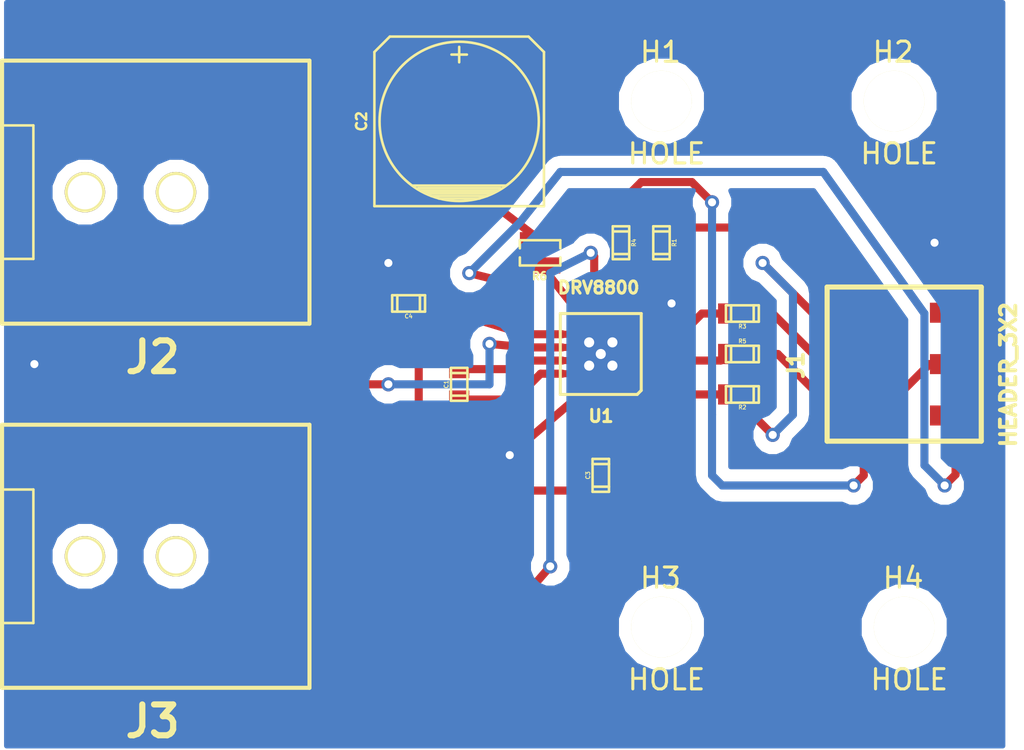
<source format=kicad_pcb>
(kicad_pcb (version 3) (host pcbnew "(2013-07-07 BZR 4022)-stable")

  (general
    (links 36)
    (no_connects 0)
    (area 0 0 0 0)
    (thickness 1.6)
    (drawings 0)
    (tracks 132)
    (zones 0)
    (modules 18)
    (nets 18)
  )

  (page A)
  (layers
    (15 F.Cu signal)
    (0 B.Cu signal)
    (16 B.Adhes user)
    (17 F.Adhes user)
    (18 B.Paste user)
    (19 F.Paste user)
    (20 B.SilkS user)
    (21 F.SilkS user)
    (22 B.Mask user)
    (23 F.Mask user)
    (24 Dwgs.User user)
    (25 Cmts.User user)
    (26 Eco1.User user)
    (27 Eco2.User user)
    (28 Edge.Cuts user)
  )

  (setup
    (last_trace_width 0.4)
    (user_trace_width 0.2)
    (user_trace_width 0.25)
    (user_trace_width 0.3)
    (user_trace_width 0.4)
    (user_trace_width 0.5)
    (user_trace_width 0.6)
    (user_trace_width 0.7)
    (user_trace_width 0.8)
    (user_trace_width 0.9)
    (user_trace_width 1)
    (user_trace_width 1.1)
    (user_trace_width 2)
    (trace_clearance 0.2)
    (zone_clearance 0.6)
    (zone_45_only no)
    (trace_min 0.1)
    (segment_width 0.2)
    (edge_width 0.1)
    (via_size 0.7)
    (via_drill 0.4)
    (via_min_size 0.7)
    (via_min_drill 0.4)
    (uvia_size 0.4)
    (uvia_drill 0.127)
    (uvias_allowed no)
    (uvia_min_size 0.4)
    (uvia_min_drill 0.127)
    (pcb_text_width 0.3)
    (pcb_text_size 1.5 1.5)
    (mod_edge_width 0.15)
    (mod_text_size 1 1)
    (mod_text_width 0.15)
    (pad_size 2 0.8)
    (pad_drill 0)
    (pad_to_mask_clearance 0)
    (aux_axis_origin 0 0)
    (visible_elements 7FFFFFFF)
    (pcbplotparams
      (layerselection 3178497)
      (usegerberextensions false)
      (excludeedgelayer true)
      (linewidth 0.150000)
      (plotframeref false)
      (viasonmask false)
      (mode 1)
      (useauxorigin false)
      (hpglpennumber 1)
      (hpglpenspeed 20)
      (hpglpendiameter 15)
      (hpglpenoverlay 2)
      (psnegative false)
      (psa4output false)
      (plotreference true)
      (plotvalue true)
      (plotothertext true)
      (plotinvisibletext false)
      (padsonsilk false)
      (subtractmaskfromsilk false)
      (outputformat 2)
      (mirror false)
      (drillshape 0)
      (scaleselection 1)
      (outputdirectory ""))
  )

  (net 0 "")
  (net 1 CS)
  (net 2 GND)
  (net 3 MODE)
  (net 4 Motor1OutA)
  (net 5 Motor1OutB)
  (net 6 N-0000012)
  (net 7 N-0000013)
  (net 8 N-0000017)
  (net 9 N-0000018)
  (net 10 N-0000023)
  (net 11 N-000003)
  (net 12 N-000008)
  (net 13 N-000009)
  (net 14 PHASE)
  (net 15 PWM)
  (net 16 VDD)
  (net 17 Vin)

  (net_class Default "This is the default net class."
    (clearance 0.2)
    (trace_width 0.25)
    (via_dia 0.7)
    (via_drill 0.4)
    (uvia_dia 0.4)
    (uvia_drill 0.127)
    (add_net "")
    (add_net CS)
    (add_net GND)
    (add_net MODE)
    (add_net Motor1OutA)
    (add_net Motor1OutB)
    (add_net N-0000012)
    (add_net N-0000013)
    (add_net N-0000017)
    (add_net N-0000018)
    (add_net N-0000023)
    (add_net N-000003)
    (add_net N-000008)
    (add_net N-000009)
    (add_net PHASE)
    (add_net PWM)
    (add_net VDD)
    (add_net Vin)
  )

  (module TED_SM0603 (layer F.Cu) (tedit 527731CB) (tstamp 537EB075)
    (at 149.5 91.5 180)
    (descr "SMT capacitor, 0603")
    (path /5260A766)
    (fp_text reference R3 (at 0 -0.635 180) (layer F.SilkS)
      (effects (font (size 0.20066 0.20066) (thickness 0.04064)))
    )
    (fp_text value 1k (at 0 0.635 180) (layer F.SilkS) hide
      (effects (font (size 0.20066 0.20066) (thickness 0.04064)))
    )
    (fp_line (start 0.5588 0.4064) (end 0.5588 -0.4064) (layer F.SilkS) (width 0.127))
    (fp_line (start -0.5588 -0.381) (end -0.5588 0.4064) (layer F.SilkS) (width 0.127))
    (fp_line (start -0.8128 -0.4064) (end 0.8128 -0.4064) (layer F.SilkS) (width 0.127))
    (fp_line (start 0.8128 -0.4064) (end 0.8128 0.4064) (layer F.SilkS) (width 0.127))
    (fp_line (start 0.8128 0.4064) (end -0.8128 0.4064) (layer F.SilkS) (width 0.127))
    (fp_line (start -0.8128 0.4064) (end -0.8128 -0.4064) (layer F.SilkS) (width 0.127))
    (pad 2 smd rect (at 0.75184 0 180) (size 0.89916 1.00076)
      (layers F.Cu F.Paste F.Mask)
      (net 14 PHASE)
      (clearance 0.1)
    )
    (pad 1 smd rect (at -0.75184 0 180) (size 0.89916 1.00076)
      (layers F.Cu F.Paste F.Mask)
      (net 10 N-0000023)
      (clearance 0.1)
    )
    (model smd/capacitors/c_0603.wrl
      (at (xyz 0 0 0))
      (scale (xyz 1 1 1))
      (rotate (xyz 0 0 0))
    )
  )

  (module TED_SM0603 (layer F.Cu) (tedit 527731CB) (tstamp 537EB081)
    (at 149.5 93.5)
    (descr "SMT capacitor, 0603")
    (path /5260A77F)
    (fp_text reference R5 (at 0 -0.635) (layer F.SilkS)
      (effects (font (size 0.20066 0.20066) (thickness 0.04064)))
    )
    (fp_text value 1k (at 0 0.635) (layer F.SilkS) hide
      (effects (font (size 0.20066 0.20066) (thickness 0.04064)))
    )
    (fp_line (start 0.5588 0.4064) (end 0.5588 -0.4064) (layer F.SilkS) (width 0.127))
    (fp_line (start -0.5588 -0.381) (end -0.5588 0.4064) (layer F.SilkS) (width 0.127))
    (fp_line (start -0.8128 -0.4064) (end 0.8128 -0.4064) (layer F.SilkS) (width 0.127))
    (fp_line (start 0.8128 -0.4064) (end 0.8128 0.4064) (layer F.SilkS) (width 0.127))
    (fp_line (start 0.8128 0.4064) (end -0.8128 0.4064) (layer F.SilkS) (width 0.127))
    (fp_line (start -0.8128 0.4064) (end -0.8128 -0.4064) (layer F.SilkS) (width 0.127))
    (pad 2 smd rect (at 0.75184 0) (size 0.89916 1.00076)
      (layers F.Cu F.Paste F.Mask)
      (net 9 N-0000018)
      (clearance 0.1)
    )
    (pad 1 smd rect (at -0.75184 0) (size 0.89916 1.00076)
      (layers F.Cu F.Paste F.Mask)
      (net 3 MODE)
      (clearance 0.1)
    )
    (model smd/capacitors/c_0603.wrl
      (at (xyz 0 0 0))
      (scale (xyz 1 1 1))
      (rotate (xyz 0 0 0))
    )
  )

  (module TED_SM0603 (layer F.Cu) (tedit 527731CB) (tstamp 537EB08D)
    (at 143.5 88 270)
    (descr "SMT capacitor, 0603")
    (path /5260A785)
    (fp_text reference R4 (at 0 -0.635 270) (layer F.SilkS)
      (effects (font (size 0.20066 0.20066) (thickness 0.04064)))
    )
    (fp_text value 1k (at 0 0.635 270) (layer F.SilkS) hide
      (effects (font (size 0.20066 0.20066) (thickness 0.04064)))
    )
    (fp_line (start 0.5588 0.4064) (end 0.5588 -0.4064) (layer F.SilkS) (width 0.127))
    (fp_line (start -0.5588 -0.381) (end -0.5588 0.4064) (layer F.SilkS) (width 0.127))
    (fp_line (start -0.8128 -0.4064) (end 0.8128 -0.4064) (layer F.SilkS) (width 0.127))
    (fp_line (start 0.8128 -0.4064) (end 0.8128 0.4064) (layer F.SilkS) (width 0.127))
    (fp_line (start 0.8128 0.4064) (end -0.8128 0.4064) (layer F.SilkS) (width 0.127))
    (fp_line (start -0.8128 0.4064) (end -0.8128 -0.4064) (layer F.SilkS) (width 0.127))
    (pad 2 smd rect (at 0.75184 0 270) (size 0.89916 1.00076)
      (layers F.Cu F.Paste F.Mask)
      (net 15 PWM)
      (clearance 0.1)
    )
    (pad 1 smd rect (at -0.75184 0 270) (size 0.89916 1.00076)
      (layers F.Cu F.Paste F.Mask)
      (net 8 N-0000017)
      (clearance 0.1)
    )
    (model smd/capacitors/c_0603.wrl
      (at (xyz 0 0 0))
      (scale (xyz 1 1 1))
      (rotate (xyz 0 0 0))
    )
  )

  (module TED_SM0603 (layer F.Cu) (tedit 527731CB) (tstamp 537EB099)
    (at 135.5 95 90)
    (descr "SMT capacitor, 0603")
    (path /532CD1F4)
    (fp_text reference C1 (at 0 -0.635 90) (layer F.SilkS)
      (effects (font (size 0.20066 0.20066) (thickness 0.04064)))
    )
    (fp_text value ".1uF (50v)" (at 0 0.635 90) (layer F.SilkS) hide
      (effects (font (size 0.20066 0.20066) (thickness 0.04064)))
    )
    (fp_line (start 0.5588 0.4064) (end 0.5588 -0.4064) (layer F.SilkS) (width 0.127))
    (fp_line (start -0.5588 -0.381) (end -0.5588 0.4064) (layer F.SilkS) (width 0.127))
    (fp_line (start -0.8128 -0.4064) (end 0.8128 -0.4064) (layer F.SilkS) (width 0.127))
    (fp_line (start 0.8128 -0.4064) (end 0.8128 0.4064) (layer F.SilkS) (width 0.127))
    (fp_line (start 0.8128 0.4064) (end -0.8128 0.4064) (layer F.SilkS) (width 0.127))
    (fp_line (start -0.8128 0.4064) (end -0.8128 -0.4064) (layer F.SilkS) (width 0.127))
    (pad 2 smd rect (at 0.75184 0 90) (size 0.89916 1.00076)
      (layers F.Cu F.Paste F.Mask)
      (net 12 N-000008)
      (clearance 0.1)
    )
    (pad 1 smd rect (at -0.75184 0 90) (size 0.89916 1.00076)
      (layers F.Cu F.Paste F.Mask)
      (net 13 N-000009)
      (clearance 0.1)
    )
    (model smd/capacitors/c_0603.wrl
      (at (xyz 0 0 0))
      (scale (xyz 1 1 1))
      (rotate (xyz 0 0 0))
    )
  )

  (module TED_SM0603 (layer F.Cu) (tedit 527731CB) (tstamp 537EB0B1)
    (at 145.5 88 270)
    (descr "SMT capacitor, 0603")
    (path /532CD08D)
    (fp_text reference R1 (at 0 -0.635 270) (layer F.SilkS)
      (effects (font (size 0.20066 0.20066) (thickness 0.04064)))
    )
    (fp_text value 3.3k (at 0 0.635 270) (layer F.SilkS) hide
      (effects (font (size 0.20066 0.20066) (thickness 0.04064)))
    )
    (fp_line (start 0.5588 0.4064) (end 0.5588 -0.4064) (layer F.SilkS) (width 0.127))
    (fp_line (start -0.5588 -0.381) (end -0.5588 0.4064) (layer F.SilkS) (width 0.127))
    (fp_line (start -0.8128 -0.4064) (end 0.8128 -0.4064) (layer F.SilkS) (width 0.127))
    (fp_line (start 0.8128 -0.4064) (end 0.8128 0.4064) (layer F.SilkS) (width 0.127))
    (fp_line (start 0.8128 0.4064) (end -0.8128 0.4064) (layer F.SilkS) (width 0.127))
    (fp_line (start -0.8128 0.4064) (end -0.8128 -0.4064) (layer F.SilkS) (width 0.127))
    (pad 2 smd rect (at 0.75184 0 270) (size 0.89916 1.00076)
      (layers F.Cu F.Paste F.Mask)
      (net 7 N-0000013)
      (clearance 0.1)
    )
    (pad 1 smd rect (at -0.75184 0 270) (size 0.89916 1.00076)
      (layers F.Cu F.Paste F.Mask)
      (net 16 VDD)
      (clearance 0.1)
    )
    (model smd/capacitors/c_0603.wrl
      (at (xyz 0 0 0))
      (scale (xyz 1 1 1))
      (rotate (xyz 0 0 0))
    )
  )

  (module TED_SM0603 (layer F.Cu) (tedit 527731CB) (tstamp 537EB0BD)
    (at 149.5 95.5 180)
    (descr "SMT capacitor, 0603")
    (path /532CCFD5)
    (fp_text reference R2 (at 0 -0.635 180) (layer F.SilkS)
      (effects (font (size 0.20066 0.20066) (thickness 0.04064)))
    )
    (fp_text value 3.3k (at 0 0.635 180) (layer F.SilkS) hide
      (effects (font (size 0.20066 0.20066) (thickness 0.04064)))
    )
    (fp_line (start 0.5588 0.4064) (end 0.5588 -0.4064) (layer F.SilkS) (width 0.127))
    (fp_line (start -0.5588 -0.381) (end -0.5588 0.4064) (layer F.SilkS) (width 0.127))
    (fp_line (start -0.8128 -0.4064) (end 0.8128 -0.4064) (layer F.SilkS) (width 0.127))
    (fp_line (start 0.8128 -0.4064) (end 0.8128 0.4064) (layer F.SilkS) (width 0.127))
    (fp_line (start 0.8128 0.4064) (end -0.8128 0.4064) (layer F.SilkS) (width 0.127))
    (fp_line (start -0.8128 0.4064) (end -0.8128 -0.4064) (layer F.SilkS) (width 0.127))
    (pad 2 smd rect (at 0.75184 0 180) (size 0.89916 1.00076)
      (layers F.Cu F.Paste F.Mask)
      (net 6 N-0000012)
      (clearance 0.1)
    )
    (pad 1 smd rect (at -0.75184 0 180) (size 0.89916 1.00076)
      (layers F.Cu F.Paste F.Mask)
      (net 16 VDD)
      (clearance 0.1)
    )
    (model smd/capacitors/c_0603.wrl
      (at (xyz 0 0 0))
      (scale (xyz 1 1 1))
      (rotate (xyz 0 0 0))
    )
  )

  (module TED_SM0603 (layer F.Cu) (tedit 527731CB) (tstamp 537EB0C9)
    (at 142.5 99.5 90)
    (descr "SMT capacitor, 0603")
    (path /532CCF4F)
    (fp_text reference C3 (at 0 -0.635 90) (layer F.SilkS)
      (effects (font (size 0.20066 0.20066) (thickness 0.04064)))
    )
    (fp_text value ".1uF (50v)" (at 0 0.635 90) (layer F.SilkS) hide
      (effects (font (size 0.20066 0.20066) (thickness 0.04064)))
    )
    (fp_line (start 0.5588 0.4064) (end 0.5588 -0.4064) (layer F.SilkS) (width 0.127))
    (fp_line (start -0.5588 -0.381) (end -0.5588 0.4064) (layer F.SilkS) (width 0.127))
    (fp_line (start -0.8128 -0.4064) (end 0.8128 -0.4064) (layer F.SilkS) (width 0.127))
    (fp_line (start 0.8128 -0.4064) (end 0.8128 0.4064) (layer F.SilkS) (width 0.127))
    (fp_line (start 0.8128 0.4064) (end -0.8128 0.4064) (layer F.SilkS) (width 0.127))
    (fp_line (start -0.8128 0.4064) (end -0.8128 -0.4064) (layer F.SilkS) (width 0.127))
    (pad 2 smd rect (at 0.75184 0 90) (size 0.89916 1.00076)
      (layers F.Cu F.Paste F.Mask)
      (net 11 N-000003)
      (clearance 0.1)
    )
    (pad 1 smd rect (at -0.75184 0 90) (size 0.89916 1.00076)
      (layers F.Cu F.Paste F.Mask)
      (net 17 Vin)
      (clearance 0.1)
    )
    (model smd/capacitors/c_0603.wrl
      (at (xyz 0 0 0))
      (scale (xyz 1 1 1))
      (rotate (xyz 0 0 0))
    )
  )

  (module TED_SM0603 (layer F.Cu) (tedit 527731CB) (tstamp 537EB0D5)
    (at 133 91 180)
    (descr "SMT capacitor, 0603")
    (path /532CCE8D)
    (fp_text reference C4 (at 0 -0.635 180) (layer F.SilkS)
      (effects (font (size 0.20066 0.20066) (thickness 0.04064)))
    )
    (fp_text value ".1uF (50v)" (at 0 0.635 180) (layer F.SilkS) hide
      (effects (font (size 0.20066 0.20066) (thickness 0.04064)))
    )
    (fp_line (start 0.5588 0.4064) (end 0.5588 -0.4064) (layer F.SilkS) (width 0.127))
    (fp_line (start -0.5588 -0.381) (end -0.5588 0.4064) (layer F.SilkS) (width 0.127))
    (fp_line (start -0.8128 -0.4064) (end 0.8128 -0.4064) (layer F.SilkS) (width 0.127))
    (fp_line (start 0.8128 -0.4064) (end 0.8128 0.4064) (layer F.SilkS) (width 0.127))
    (fp_line (start 0.8128 0.4064) (end -0.8128 0.4064) (layer F.SilkS) (width 0.127))
    (fp_line (start -0.8128 0.4064) (end -0.8128 -0.4064) (layer F.SilkS) (width 0.127))
    (pad 2 smd rect (at 0.75184 0 180) (size 0.89916 1.00076)
      (layers F.Cu F.Paste F.Mask)
      (net 2 GND)
      (clearance 0.1)
    )
    (pad 1 smd rect (at -0.75184 0 180) (size 0.89916 1.00076)
      (layers F.Cu F.Paste F.Mask)
      (net 17 Vin)
      (clearance 0.1)
    )
    (model smd/capacitors/c_0603.wrl
      (at (xyz 0 0 0))
      (scale (xyz 1 1 1))
      (rotate (xyz 0 0 0))
    )
  )

  (module TED_QFN16+1 (layer F.Cu) (tedit 532CC866) (tstamp 537EB0F5)
    (at 142.5 93.5 180)
    (path /532CCC9E)
    (solder_mask_margin 0.1)
    (solder_paste_margin -0.1)
    (solder_paste_ratio -0.2)
    (clearance 0.1)
    (fp_text reference U1 (at -0.01 -3.07 180) (layer F.SilkS)
      (effects (font (size 0.6 0.6) (thickness 0.15)))
    )
    (fp_text value DRV8800 (at 0.11 3.28 180) (layer F.SilkS)
      (effects (font (size 0.6 0.6) (thickness 0.15)))
    )
    (fp_line (start -1.8 -2) (end 2 -2) (layer F.SilkS) (width 0.14986))
    (fp_line (start -2 -1.8) (end -2 2) (layer F.SilkS) (width 0.14986))
    (fp_line (start -1.8 -2) (end -2 -1.8) (layer F.SilkS) (width 0.14986))
    (fp_line (start 2 2) (end -2 2) (layer F.SilkS) (width 0.14986))
    (fp_line (start 2 -2) (end 2 2) (layer F.SilkS) (width 0.14986))
    (pad 17 smd rect (at 0 0 90) (size 2.1 2.1)
      (layers F.Cu F.Paste)
      (net 2 GND)
      (zone_connect 2)
    )
    (pad 1 smd rect (at -1.9 -0.975 180) (size 1 0.35)
      (layers F.Cu F.Paste F.Mask)
      (net 6 N-0000012)
    )
    (pad 2 smd rect (at -1.9 -0.325 180) (size 1 0.35)
      (layers F.Cu F.Paste F.Mask)
      (net 3 MODE)
    )
    (pad 3 smd rect (at -1.9 0.325 180) (size 1 0.35)
      (layers F.Cu F.Paste F.Mask)
      (net 14 PHASE)
    )
    (pad 4 smd rect (at -1.9 0.975 180) (size 1 0.35)
      (layers F.Cu F.Paste F.Mask)
      (net 2 GND)
    )
    (pad 5 smd rect (at -0.975 1.9 90) (size 1 0.35)
      (layers F.Cu F.Paste F.Mask)
      (net 7 N-0000013)
    )
    (pad 6 smd rect (at -0.325 1.9 90) (size 1 0.35)
      (layers F.Cu F.Paste F.Mask)
      (net 15 PWM)
    )
    (pad 7 smd rect (at 0.325 1.9 90) (size 1 0.35)
      (layers F.Cu F.Paste F.Mask)
      (net 4 Motor1OutA)
    )
    (pad 8 smd rect (at 0.975 1.9 90) (size 1 0.35)
      (layers F.Cu F.Paste F.Mask)
      (net 1 CS)
    )
    (pad 9 smd rect (at 1.9 0.975 180) (size 1 0.35)
      (layers F.Cu F.Paste F.Mask)
      (net 17 Vin)
    )
    (pad 10 smd rect (at 1.9 0.325 180) (size 1 0.35)
      (layers F.Cu F.Paste F.Mask)
      (net 5 Motor1OutB)
    )
    (pad 11 smd rect (at 1.9 -0.325 180) (size 1 0.35)
      (layers F.Cu F.Paste F.Mask)
      (net 12 N-000008)
    )
    (pad 12 smd rect (at 1.9 -0.975 180) (size 1 0.35)
      (layers F.Cu F.Paste F.Mask)
      (net 13 N-000009)
    )
    (pad 13 smd rect (at 0.975 -1.9 90) (size 1 0.35)
      (layers F.Cu F.Paste F.Mask)
      (net 2 GND)
    )
    (pad 14 smd rect (at 0.325 -1.9 90) (size 1 0.35)
      (layers F.Cu F.Paste F.Mask)
      (net 11 N-000003)
    )
    (pad 15 smd rect (at -0.325 -1.9 90) (size 1 0.35)
      (layers F.Cu F.Paste F.Mask)
    )
    (pad 16 smd rect (at -0.975 -1.9 90) (size 1 0.35)
      (layers F.Cu F.Paste F.Mask)
    )
    (pad 17 thru_hole circle (at 0 0 90) (size 0.5 0.5) (drill 0.5)
      (layers *.Cu)
      (net 2 GND)
      (zone_connect 2)
    )
    (pad 17 thru_hole circle (at 0.575 -0.575 90) (size 0.5 0.5) (drill 0.5)
      (layers *.Cu)
      (net 2 GND)
      (zone_connect 2)
    )
    (pad 17 thru_hole circle (at -0.575 -0.575 90) (size 0.5 0.5) (drill 0.5)
      (layers *.Cu)
      (net 2 GND)
      (zone_connect 2)
    )
    (pad 17 thru_hole circle (at 0.575 0.575 90) (size 0.5 0.5) (drill 0.5)
      (layers *.Cu)
      (net 2 GND)
      (zone_connect 2)
    )
    (pad 17 thru_hole circle (at -0.575 0.575 90) (size 0.5 0.5) (drill 0.5)
      (layers *.Cu)
      (net 2 GND)
      (zone_connect 2)
    )
    (pad 17 smd rect (at 0 0 90) (size 2.1 2.1)
      (layers B.Cu B.Paste)
      (net 2 GND)
      (zone_connect 2)
    )
    (model smd/qfn24.wrl
      (at (xyz 0 0 0))
      (scale (xyz 1 1 1))
      (rotate (xyz 0 0 0))
    )
  )

  (module TED_Hole_3mm (layer F.Cu) (tedit 52802437) (tstamp 537EB0FA)
    (at 157 81)
    (path /52D61D21)
    (fp_text reference H2 (at -0.05 -2.425) (layer F.SilkS)
      (effects (font (size 1 1) (thickness 0.15)))
    )
    (fp_text value HOLE (at 0.25 2.6) (layer F.SilkS)
      (effects (font (size 1 1) (thickness 0.15)))
    )
    (pad "" np_thru_hole circle (at 0 0) (size 3 3) (drill 3)
      (layers *.Cu *.Mask F.SilkS)
    )
  )

  (module TED_Hole_3mm (layer F.Cu) (tedit 52802437) (tstamp 537EB0FF)
    (at 145.5 107)
    (path /52D61D1B)
    (fp_text reference H3 (at -0.05 -2.425) (layer F.SilkS)
      (effects (font (size 1 1) (thickness 0.15)))
    )
    (fp_text value HOLE (at 0.25 2.6) (layer F.SilkS)
      (effects (font (size 1 1) (thickness 0.15)))
    )
    (pad "" np_thru_hole circle (at 0 0) (size 3 3) (drill 3)
      (layers *.Cu *.Mask F.SilkS)
    )
  )

  (module TED_Hole_3mm (layer F.Cu) (tedit 52802437) (tstamp 537EB104)
    (at 157.5 107)
    (path /52D61D15)
    (fp_text reference H4 (at -0.05 -2.425) (layer F.SilkS)
      (effects (font (size 1 1) (thickness 0.15)))
    )
    (fp_text value HOLE (at 0.25 2.6) (layer F.SilkS)
      (effects (font (size 1 1) (thickness 0.15)))
    )
    (pad "" np_thru_hole circle (at 0 0) (size 3 3) (drill 3)
      (layers *.Cu *.Mask F.SilkS)
    )
  )

  (module TED_Hole_3mm (layer F.Cu) (tedit 52802437) (tstamp 537EB109)
    (at 145.5 81)
    (path /52D61D03)
    (fp_text reference H1 (at -0.05 -2.425) (layer F.SilkS)
      (effects (font (size 1 1) (thickness 0.15)))
    )
    (fp_text value HOLE (at 0.25 2.6) (layer F.SilkS)
      (effects (font (size 1 1) (thickness 0.15)))
    )
    (pad "" np_thru_hole circle (at 0 0) (size 3 3) (drill 3)
      (layers *.Cu *.Mask F.SilkS)
    )
  )

  (module TED_HEADER_3x2_SMT (layer F.Cu) (tedit 52D47E00) (tstamp 537EB117)
    (at 157.5 94 270)
    (path /52D6167D)
    (fp_text reference J1 (at 0.05 5.35 270) (layer F.SilkS)
      (effects (font (size 0.762 0.762) (thickness 0.1905)))
    )
    (fp_text value HEADER_3X2 (at 0.525 -5.15 270) (layer F.SilkS)
      (effects (font (size 0.762 0.762) (thickness 0.1905)))
    )
    (fp_line (start 3.81 -3.81) (end -3.81 -3.81) (layer F.SilkS) (width 0.254))
    (fp_line (start 3.81 -3.81) (end 3.81 3.81) (layer F.SilkS) (width 0.254))
    (fp_line (start 3.81 3.81) (end -3.81 3.81) (layer F.SilkS) (width 0.254))
    (fp_line (start -3.81 3.81) (end -3.81 -3.81) (layer F.SilkS) (width 0.254))
    (pad 1 smd rect (at -2.54 2.54 270) (size 0.9906 2.54)
      (layers F.Cu F.Paste F.Mask)
      (net 16 VDD)
      (clearance 0.508)
    )
    (pad 2 smd rect (at 0 2.54 270) (size 0.9906 2.54)
      (layers F.Cu F.Paste F.Mask)
      (net 10 N-0000023)
      (clearance 0.508)
    )
    (pad 3 smd rect (at 2.54 2.54 270) (size 0.9906 2.54)
      (layers F.Cu F.Paste F.Mask)
      (net 8 N-0000017)
      (clearance 0.508)
    )
    (pad 4 smd rect (at 2.54 -2.54 270) (size 0.9906 2.54)
      (layers F.Cu F.Paste F.Mask)
      (net 1 CS)
      (clearance 0.508)
    )
    (pad 5 smd rect (at 0 -2.54 270) (size 0.9906 2.54)
      (layers F.Cu F.Paste F.Mask)
      (net 9 N-0000018)
      (clearance 0.508)
    )
    (pad 6 smd rect (at -2.54 -2.54 270) (size 0.9906 2.54)
      (layers F.Cu F.Paste F.Mask)
      (net 2 GND)
      (clearance 0.508)
    )
  )

  (module TED_DC_2.1mm_SMT (layer F.Cu) (tedit 52880F9F) (tstamp 537EB128)
    (at 120.5 85.5 180)
    (path /52503907)
    (fp_text reference J2 (at 0.15748 -8.15848 180) (layer F.SilkS)
      (effects (font (size 1.524 1.524) (thickness 0.3048)))
    )
    (fp_text value DC_2.1MM (at 0.1016 8.49884 180) (layer F.SilkS) hide
      (effects (font (size 1.524 1.524) (thickness 0.3048)))
    )
    (fp_line (start 7.6 -3.3) (end 6.05 -3.3) (layer F.SilkS) (width 0.127))
    (fp_line (start 6.05 -3.3) (end 6.05 3.3) (layer F.SilkS) (width 0.127))
    (fp_line (start 6.05 3.3) (end 7.575 3.3) (layer F.SilkS) (width 0.127))
    (fp_line (start -7.59968 -6.5024) (end 7.59968 -6.5024) (layer F.SilkS) (width 0.20066))
    (fp_line (start 7.59968 -6.5024) (end 7.59968 6.5024) (layer F.SilkS) (width 0.20066))
    (fp_line (start 7.59968 6.5024) (end -7.59968 6.5024) (layer F.SilkS) (width 0.20066))
    (fp_line (start -7.59968 6.5024) (end -7.59968 -6.5024) (layer F.SilkS) (width 0.20066))
    (pad "" np_thru_hole circle (at -1.00076 0 180) (size 1.99898 1.99898) (drill 1.69926)
      (layers *.Cu *.Mask F.SilkS)
    )
    (pad 1 smd rect (at 3.50012 5.4102 180) (size 1.99898 1.99898)
      (layers F.Cu F.Paste F.Mask)
      (net 17 Vin)
    )
    (pad 1 smd rect (at -2.60096 5.4102 180) (size 1.99898 1.99898)
      (layers F.Cu F.Paste F.Mask)
      (net 17 Vin)
    )
    (pad 2 smd rect (at 3.50012 -5.41528 180) (size 1.99898 1.99898)
      (layers F.Cu F.Paste F.Mask)
      (net 2 GND)
    )
    (pad 3 smd rect (at -2.60096 -5.41528 180) (size 1.99898 1.99898)
      (layers F.Cu F.Paste F.Mask)
    )
    (pad "" np_thru_hole circle (at 3.50012 0 180) (size 1.99898 1.99898) (drill 1.69926)
      (layers *.Cu *.Mask F.SilkS)
    )
  )

  (module TED_DC_2.1mm_SMT (layer F.Cu) (tedit 52880F9F) (tstamp 537EB139)
    (at 120.5 103.5 180)
    (path /52D6165C)
    (fp_text reference J3 (at 0.15748 -8.15848 180) (layer F.SilkS)
      (effects (font (size 1.524 1.524) (thickness 0.3048)))
    )
    (fp_text value DC_2.1MM (at 0.1016 8.49884 180) (layer F.SilkS) hide
      (effects (font (size 1.524 1.524) (thickness 0.3048)))
    )
    (fp_line (start 7.6 -3.3) (end 6.05 -3.3) (layer F.SilkS) (width 0.127))
    (fp_line (start 6.05 -3.3) (end 6.05 3.3) (layer F.SilkS) (width 0.127))
    (fp_line (start 6.05 3.3) (end 7.575 3.3) (layer F.SilkS) (width 0.127))
    (fp_line (start -7.59968 -6.5024) (end 7.59968 -6.5024) (layer F.SilkS) (width 0.20066))
    (fp_line (start 7.59968 -6.5024) (end 7.59968 6.5024) (layer F.SilkS) (width 0.20066))
    (fp_line (start 7.59968 6.5024) (end -7.59968 6.5024) (layer F.SilkS) (width 0.20066))
    (fp_line (start -7.59968 6.5024) (end -7.59968 -6.5024) (layer F.SilkS) (width 0.20066))
    (pad "" np_thru_hole circle (at -1.00076 0 180) (size 1.99898 1.99898) (drill 1.69926)
      (layers *.Cu *.Mask F.SilkS)
    )
    (pad 1 smd rect (at 3.50012 5.4102 180) (size 1.99898 1.99898)
      (layers F.Cu F.Paste F.Mask)
      (net 5 Motor1OutB)
    )
    (pad 1 smd rect (at -2.60096 5.4102 180) (size 1.99898 1.99898)
      (layers F.Cu F.Paste F.Mask)
      (net 5 Motor1OutB)
    )
    (pad 2 smd rect (at 3.50012 -5.41528 180) (size 1.99898 1.99898)
      (layers F.Cu F.Paste F.Mask)
      (net 4 Motor1OutA)
    )
    (pad 3 smd rect (at -2.60096 -5.41528 180) (size 1.99898 1.99898)
      (layers F.Cu F.Paste F.Mask)
    )
    (pad "" np_thru_hole circle (at 3.50012 0 180) (size 1.99898 1.99898) (drill 1.69926)
      (layers *.Cu *.Mask F.SilkS)
    )
  )

  (module TED_c_elec_8x10 (layer F.Cu) (tedit 49F5C68A) (tstamp 537EB14E)
    (at 135.5 82 90)
    (descr "SMT capacitor, aluminium electrolytic, 8x10")
    (path /532CCE9D)
    (fp_text reference C2 (at 0 -4.826 90) (layer F.SilkS)
      (effects (font (size 0.50038 0.50038) (thickness 0.11938)))
    )
    (fp_text value "100 uF (50v)" (at 0 4.826 90) (layer F.SilkS) hide
      (effects (font (size 0.50038 0.50038) (thickness 0.11938)))
    )
    (fp_line (start -3.81 -1.016) (end -3.81 1.016) (layer F.SilkS) (width 0.127))
    (fp_line (start -3.683 1.397) (end -3.683 -1.397) (layer F.SilkS) (width 0.127))
    (fp_line (start -3.556 -1.651) (end -3.556 1.651) (layer F.SilkS) (width 0.127))
    (fp_line (start -3.429 1.905) (end -3.429 -1.905) (layer F.SilkS) (width 0.127))
    (fp_line (start -3.302 2.032) (end -3.302 -2.032) (layer F.SilkS) (width 0.127))
    (fp_line (start -3.175 -2.286) (end -3.175 2.286) (layer F.SilkS) (width 0.127))
    (fp_circle (center 0 0) (end 3.937 0) (layer F.SilkS) (width 0.127))
    (fp_line (start -4.191 -4.191) (end -4.191 4.191) (layer F.SilkS) (width 0.127))
    (fp_line (start -4.191 4.191) (end 3.429 4.191) (layer F.SilkS) (width 0.127))
    (fp_line (start 3.429 4.191) (end 4.191 3.429) (layer F.SilkS) (width 0.127))
    (fp_line (start 4.191 3.429) (end 4.191 -3.429) (layer F.SilkS) (width 0.127))
    (fp_line (start 4.191 -3.429) (end 3.429 -4.191) (layer F.SilkS) (width 0.127))
    (fp_line (start 3.429 -4.191) (end -4.191 -4.191) (layer F.SilkS) (width 0.127))
    (fp_line (start 3.683 0) (end 2.921 0) (layer F.SilkS) (width 0.127))
    (fp_line (start 3.302 -0.381) (end 3.302 0.381) (layer F.SilkS) (width 0.127))
    (pad 1 smd rect (at 3.2512 0 90) (size 3.50012 2.4003)
      (layers F.Cu F.Paste F.Mask)
      (net 17 Vin)
    )
    (pad 2 smd rect (at -3.2512 0 90) (size 3.50012 2.4003)
      (layers F.Cu F.Paste F.Mask)
      (net 2 GND)
    )
    (model smd/capacitors/c_elec_8x10.wrl
      (at (xyz 0 0 0))
      (scale (xyz 1 1 1))
      (rotate (xyz 0 0 0))
    )
  )

  (module TED_SM0508-Reversed (layer F.Cu) (tedit 537E6726) (tstamp 537EB0A5)
    (at 139.5 88.5 180)
    (path /532CD0D4)
    (attr smd)
    (fp_text reference R6 (at 0.0254 -1.14808 180) (layer F.SilkS)
      (effects (font (size 0.381 0.381) (thickness 0.09398)))
    )
    (fp_text value 10m (at 0.10668 1.19888 180) (layer F.SilkS) hide
      (effects (font (size 0.381 0.381) (thickness 0.09398)))
    )
    (fp_line (start 1 0.625) (end 1 0.225) (layer F.SilkS) (width 0.127))
    (fp_line (start -1 0.625) (end 1 0.625) (layer F.SilkS) (width 0.127))
    (fp_line (start -1 0.625) (end -1 0.225) (layer F.SilkS) (width 0.127))
    (fp_line (start -1 -0.625) (end -1 -0.225) (layer F.SilkS) (width 0.127))
    (fp_line (start -1 -0.625) (end 1 -0.625) (layer F.SilkS) (width 0.127))
    (fp_line (start 1 -0.625) (end 1 -0.225) (layer F.SilkS) (width 0.127))
    (pad 1 smd rect (at 0 -0.625 180) (size 2 0.8)
      (layers F.Cu F.Paste F.Mask)
      (net 1 CS)
    )
    (pad 2 smd rect (at 0 0.625 180) (size 2 0.8)
      (layers F.Cu F.Paste F.Mask)
      (net 2 GND)
    )
    (model smd/chip_cms.wrl
      (at (xyz 0 0 0))
      (scale (xyz 0.1 0.1 0.1))
      (rotate (xyz 0 0 0))
    )
  )

  (segment (start 139.5 89.125) (end 138 90) (width 0.4) (layer F.Cu) (net 1))
  (segment (start 160.04 99.46) (end 160.04 96.54) (width 0.4) (layer F.Cu) (net 1) (tstamp 537EBD29))
  (segment (start 159.5 100) (end 160.04 99.46) (width 0.4) (layer F.Cu) (net 1) (tstamp 537EBD28))
  (via (at 159.5 100) (size 0.7) (layers F.Cu B.Cu) (net 1))
  (segment (start 158.5 99) (end 159.5 100) (width 0.4) (layer B.Cu) (net 1) (tstamp 537EBD26))
  (segment (start 158.5 91.5) (end 158.5 99) (width 0.4) (layer B.Cu) (net 1) (tstamp 537EBD24))
  (segment (start 153.5 84.5) (end 158.5 91.5) (width 0.4) (layer B.Cu) (net 1) (tstamp 537EBD23))
  (segment (start 140.5 84.5) (end 153.5 84.5) (width 0.4) (layer B.Cu) (net 1) (tstamp 537EBD22))
  (segment (start 138.5 87) (end 140.5 84.5) (width 0.4) (layer B.Cu) (net 1) (tstamp 537EBD21))
  (segment (start 136 89.5) (end 138.5 87) (width 0.4) (layer B.Cu) (net 1) (tstamp 537EBD20))
  (via (at 136 89.5) (size 0.7) (layers F.Cu B.Cu) (net 1))
  (segment (start 138 90) (end 136 89.5) (width 0.4) (layer F.Cu) (net 1) (tstamp 537EBD1E))
  (segment (start 139.5 89.125) (end 139.55 89.125) (width 0.4) (layer F.Cu) (net 1) (status 30))
  (segment (start 139.55 89.125) (end 141.525 91.6) (width 0.4) (layer F.Cu) (net 1) (tstamp 537EBC41) (status 10))
  (segment (start 160.04 91.46) (end 160.04 89.04) (width 0.4) (layer F.Cu) (net 2))
  (via (at 159 88) (size 0.7) (layers F.Cu B.Cu) (net 2))
  (segment (start 160.04 89.04) (end 159 88) (width 0.4) (layer F.Cu) (net 2) (tstamp 537EBCD6))
  (segment (start 144.4 92.525) (end 144.475 92.525) (width 0.4) (layer F.Cu) (net 2))
  (via (at 146 91) (size 0.7) (layers F.Cu B.Cu) (net 2))
  (segment (start 144.475 92.525) (end 146 91) (width 0.4) (layer F.Cu) (net 2) (tstamp 537EBC6F))
  (segment (start 141.525 95.4) (end 141.525 95.475) (width 0.4) (layer F.Cu) (net 2))
  (via (at 138 98.5) (size 0.7) (layers F.Cu B.Cu) (net 2))
  (segment (start 141.525 95.475) (end 138 98.5) (width 0.4) (layer F.Cu) (net 2) (tstamp 537EBC67))
  (segment (start 135.5 85.2512) (end 137.3762 86.2512) (width 0.4) (layer F.Cu) (net 2) (status 10))
  (segment (start 137.3762 86.2512) (end 139.5 87.875) (width 0.4) (layer F.Cu) (net 2) (tstamp 537EBC3E) (status 20))
  (segment (start 132.24816 91) (end 135.74816 85.49936) (width 0.4) (layer F.Cu) (net 2) (status 10))
  (segment (start 135.74816 85.49936) (end 135.5 85.2512) (width 0.4) (layer F.Cu) (net 2) (tstamp 537EBC3C) (status 30))
  (segment (start 135.5 85.2512) (end 135.5 86) (width 0.4) (layer F.Cu) (net 2) (status 30))
  (via (at 132 89) (size 0.7) (layers F.Cu B.Cu) (net 2))
  (segment (start 135.5 86) (end 132 89) (width 0.4) (layer F.Cu) (net 2) (tstamp 537EBC38) (status 10))
  (segment (start 116.99988 90.91528) (end 116.99988 91.50012) (width 0.4) (layer F.Cu) (net 2))
  (via (at 114.5 94) (size 0.7) (layers F.Cu B.Cu) (net 2))
  (segment (start 116.99988 91.50012) (end 114.5 94) (width 0.4) (layer F.Cu) (net 2) (tstamp 537EBA39))
  (segment (start 144.4 93.825) (end 148.42316 93.825) (width 0.4) (layer F.Cu) (net 3))
  (segment (start 148.42316 93.825) (end 148.74816 93.5) (width 0.4) (layer F.Cu) (net 3) (tstamp 537EBC73))
  (segment (start 142.175 91.6) (end 142.175 88.675) (width 0.4) (layer F.Cu) (net 4))
  (segment (start 116.99988 109.99988) (end 116.99988 108.91528) (width 0.4) (layer F.Cu) (net 4) (tstamp 537EBCB9))
  (segment (start 118.5 111.5) (end 116.99988 109.99988) (width 0.4) (layer F.Cu) (net 4) (tstamp 537EBCB8))
  (segment (start 133.5 111.5) (end 118.5 111.5) (width 0.4) (layer F.Cu) (net 4) (tstamp 537EBCB6))
  (segment (start 140 104) (end 133.5 111.5) (width 0.4) (layer F.Cu) (net 4) (tstamp 537EBCB5))
  (via (at 140 104) (size 0.7) (layers F.Cu B.Cu) (net 4))
  (segment (start 140 89.5) (end 140 104) (width 0.4) (layer B.Cu) (net 4) (tstamp 537EBCB3))
  (segment (start 142 88.5) (end 140 89.5) (width 0.4) (layer B.Cu) (net 4) (tstamp 537EBCB2))
  (via (at 142 88.5) (size 0.7) (layers F.Cu B.Cu) (net 4))
  (segment (start 142.175 88.675) (end 142 88.5) (width 0.4) (layer F.Cu) (net 4) (tstamp 537EBCB0))
  (segment (start 140.6 93.175) (end 138.825 93.175) (width 0.4) (layer F.Cu) (net 5))
  (segment (start 132 95) (end 124 95) (width 0.4) (layer F.Cu) (net 5) (tstamp 537EBC4A))
  (via (at 132 95) (size 0.7) (layers F.Cu B.Cu) (net 5))
  (segment (start 137 95) (end 132 95) (width 0.4) (layer B.Cu) (net 5) (tstamp 537EBC48))
  (segment (start 137 93) (end 137 95) (width 0.4) (layer B.Cu) (net 5) (tstamp 537EBC47))
  (via (at 137 93) (size 0.7) (layers F.Cu B.Cu) (net 5))
  (segment (start 138.825 93.175) (end 137 93) (width 0.4) (layer F.Cu) (net 5) (tstamp 537EBC45))
  (segment (start 116.99988 98.0898) (end 116.99988 95.50012) (width 0.4) (layer F.Cu) (net 5))
  (segment (start 117.5 95) (end 124.5 95) (width 0.4) (layer F.Cu) (net 5) (tstamp 537EBA23))
  (segment (start 116.99988 95.50012) (end 117.5 95) (width 0.4) (layer F.Cu) (net 5) (tstamp 537EBA22))
  (segment (start 123.5 97.69076) (end 123.10096 98.0898) (width 0.4) (layer F.Cu) (net 5) (tstamp 537EBA0A))
  (segment (start 123.5 95.5) (end 123.5 97.69076) (width 0.4) (layer F.Cu) (net 5) (tstamp 537EBA09))
  (segment (start 124 95) (end 123.5 95.5) (width 0.4) (layer F.Cu) (net 5) (tstamp 537EBA08))
  (segment (start 124.5 95) (end 124 95) (width 0.4) (layer F.Cu) (net 5) (tstamp 537EBA25))
  (segment (start 144.4 94.475) (end 144.475 94.475) (width 0.4) (layer F.Cu) (net 6))
  (segment (start 145.5 95.5) (end 148.74816 95.5) (width 0.4) (layer F.Cu) (net 6) (tstamp 537EBC76))
  (segment (start 144.475 94.475) (end 145.5 95.5) (width 0.4) (layer F.Cu) (net 6) (tstamp 537EBC75))
  (segment (start 143.475 91.6) (end 143.9 91.6) (width 0.4) (layer F.Cu) (net 7))
  (segment (start 145.5 90) (end 145.5 88.75184) (width 0.4) (layer F.Cu) (net 7) (tstamp 537EBCC4))
  (segment (start 143.9 91.6) (end 145.5 90) (width 0.4) (layer F.Cu) (net 7) (tstamp 537EBCC3))
  (segment (start 143.5 87.24816) (end 143.5 86) (width 0.4) (layer F.Cu) (net 8))
  (segment (start 155.5 97.08) (end 154.96 96.54) (width 0.4) (layer F.Cu) (net 8) (tstamp 537EBD5A))
  (segment (start 155.5 99.5) (end 155.5 97.08) (width 0.4) (layer F.Cu) (net 8) (tstamp 537EBD59))
  (segment (start 155 100) (end 155.5 99.5) (width 0.4) (layer F.Cu) (net 8) (tstamp 537EBD58))
  (via (at 155 100) (size 0.7) (layers F.Cu B.Cu) (net 8))
  (segment (start 148.5 100) (end 155 100) (width 0.4) (layer B.Cu) (net 8) (tstamp 537EBD56))
  (segment (start 148 99.5) (end 148.5 100) (width 0.4) (layer B.Cu) (net 8) (tstamp 537EBD55))
  (segment (start 148 96.5) (end 148 99.5) (width 0.4) (layer B.Cu) (net 8) (tstamp 537EBD54))
  (segment (start 148 86) (end 148 96.5) (width 0.4) (layer B.Cu) (net 8) (tstamp 537EBD53))
  (via (at 148 86) (size 0.7) (layers F.Cu B.Cu) (net 8))
  (segment (start 147 85) (end 148 86) (width 0.4) (layer F.Cu) (net 8) (tstamp 537EBD51))
  (segment (start 144.5 85) (end 147 85) (width 0.4) (layer F.Cu) (net 8) (tstamp 537EBD50))
  (segment (start 143.5 86) (end 144.5 85) (width 0.4) (layer F.Cu) (net 8) (tstamp 537EBD4F))
  (segment (start 150.25184 93.5) (end 151.25 93.5) (width 0.4) (layer F.Cu) (net 9))
  (segment (start 158.75 94) (end 160.04 94) (width 0.4) (layer F.Cu) (net 9) (tstamp 537EBCD0))
  (segment (start 157.5 95.25) (end 158.75 94) (width 0.4) (layer F.Cu) (net 9) (tstamp 537EBCCF))
  (segment (start 153 95.25) (end 157.5 95.25) (width 0.4) (layer F.Cu) (net 9) (tstamp 537EBCCD))
  (segment (start 151.25 93.5) (end 153 95.25) (width 0.4) (layer F.Cu) (net 9) (tstamp 537EBCCC))
  (segment (start 150.25184 91.5) (end 151 91.5) (width 0.4) (layer F.Cu) (net 10))
  (segment (start 153.5 94) (end 154.96 94) (width 0.4) (layer F.Cu) (net 10) (tstamp 537EBCC7))
  (segment (start 151 91.5) (end 153.5 94) (width 0.4) (layer F.Cu) (net 10) (tstamp 537EBCC6))
  (segment (start 142.175 95.4) (end 142.175 98.42316) (width 0.4) (layer F.Cu) (net 11))
  (segment (start 142.175 98.42316) (end 142.5 98.74816) (width 0.4) (layer F.Cu) (net 11) (tstamp 537EBC78))
  (segment (start 140.6 93.825) (end 138.675 93.825) (width 0.4) (layer F.Cu) (net 12))
  (segment (start 138.25184 94.24816) (end 135.5 94.24816) (width 0.4) (layer F.Cu) (net 12) (tstamp 537EBC62))
  (segment (start 138.675 93.825) (end 138.25184 94.24816) (width 0.4) (layer F.Cu) (net 12) (tstamp 537EBC61))
  (segment (start 140.6 94.475) (end 139.525 94.475) (width 0.4) (layer F.Cu) (net 13))
  (segment (start 138.24816 95.75184) (end 135.5 95.75184) (width 0.4) (layer F.Cu) (net 13) (tstamp 537EBC65))
  (segment (start 139.525 94.475) (end 138.24816 95.75184) (width 0.4) (layer F.Cu) (net 13) (tstamp 537EBC64))
  (segment (start 144.4 93.175) (end 145.825 93.175) (width 0.4) (layer F.Cu) (net 14))
  (segment (start 147.5 91.5) (end 148.74816 91.5) (width 0.4) (layer F.Cu) (net 14) (tstamp 537EBC6D))
  (segment (start 145.825 93.175) (end 147.5 91.5) (width 0.4) (layer F.Cu) (net 14) (tstamp 537EBC6C))
  (segment (start 142.825 91.6) (end 142.825 90.675) (width 0.4) (layer F.Cu) (net 15))
  (segment (start 143.5 90) (end 143.5 88.75184) (width 0.4) (layer F.Cu) (net 15) (tstamp 537EBCC1))
  (segment (start 142.825 90.675) (end 143.5 90) (width 0.4) (layer F.Cu) (net 15) (tstamp 537EBCC0))
  (segment (start 150.25184 95.5) (end 150.25184 96.75184) (width 0.4) (layer F.Cu) (net 16))
  (segment (start 152.96 91.46) (end 154.96 91.46) (width 0.4) (layer F.Cu) (net 16) (tstamp 537EBD34))
  (segment (start 150.5 89) (end 152.96 91.46) (width 0.4) (layer F.Cu) (net 16) (tstamp 537EBD33))
  (via (at 150.5 89) (size 0.7) (layers F.Cu B.Cu) (net 16))
  (segment (start 152 90.5) (end 150.5 89) (width 0.4) (layer B.Cu) (net 16) (tstamp 537EBD31))
  (segment (start 152 96.5) (end 152 90.5) (width 0.4) (layer B.Cu) (net 16) (tstamp 537EBD30))
  (segment (start 151 97.5) (end 152 96.5) (width 0.4) (layer B.Cu) (net 16) (tstamp 537EBD2F))
  (via (at 151 97.5) (size 0.7) (layers F.Cu B.Cu) (net 16))
  (segment (start 150.25184 96.75184) (end 151 97.5) (width 0.4) (layer F.Cu) (net 16) (tstamp 537EBD2D))
  (segment (start 145.5 87.24816) (end 150.74816 87.24816) (width 0.4) (layer F.Cu) (net 16))
  (segment (start 150.74816 87.24816) (end 154.96 91.46) (width 0.4) (layer F.Cu) (net 16) (tstamp 537EBCD3))
  (segment (start 133.5 93.5) (end 133.5 92.5) (width 0.4) (layer F.Cu) (net 17))
  (segment (start 133.75184 92.24816) (end 133.75184 91) (width 0.4) (layer F.Cu) (net 17) (tstamp 537EBD9B))
  (segment (start 133.5 92.5) (end 133.75184 92.24816) (width 0.4) (layer F.Cu) (net 17) (tstamp 537EBD9A))
  (segment (start 133.5 94) (end 133.5 93.5) (width 0.4) (layer F.Cu) (net 17))
  (segment (start 136.25184 100.25184) (end 133.5 97.5) (width 0.4) (layer F.Cu) (net 17) (tstamp 537EBC7A))
  (segment (start 133.5 97.5) (end 133.5 94) (width 0.4) (layer F.Cu) (net 17) (tstamp 537EBC7C))
  (segment (start 142.5 100.25184) (end 136.25184 100.25184) (width 0.4) (layer F.Cu) (net 17))
  (segment (start 133.5 93.5) (end 131 92) (width 0.4) (layer F.Cu) (net 17) (tstamp 537EBCAA))
  (segment (start 135.5 78.7488) (end 134.2512 79.7488) (width 0.4) (layer F.Cu) (net 17) (status 10))
  (segment (start 130 91) (end 131 92) (width 0.4) (layer F.Cu) (net 17) (tstamp 537EBCA7))
  (segment (start 130 84) (end 130 91) (width 0.4) (layer F.Cu) (net 17) (tstamp 537EBCA5))
  (segment (start 134.2512 79.7488) (end 130 84) (width 0.4) (layer F.Cu) (net 17) (tstamp 537EBCA4))
  (segment (start 140.6 92.525) (end 138.77684 92.525) (width 0.4) (layer F.Cu) (net 17))
  (segment (start 138.77684 92.525) (end 133.75184 91) (width 0.4) (layer F.Cu) (net 17) (tstamp 537EBC43) (status 20))
  (segment (start 125 77) (end 132.7512 77) (width 0.4) (layer F.Cu) (net 17))
  (segment (start 132.7512 77) (end 135.5 78.7488) (width 0.4) (layer F.Cu) (net 17) (tstamp 537EBC35) (status 20))
  (segment (start 123.10096 80.0898) (end 123.10096 78.89904) (width 0.4) (layer F.Cu) (net 17))
  (segment (start 123.10096 78.89904) (end 125 77) (width 0.4) (layer F.Cu) (net 17) (tstamp 537EBA33))
  (segment (start 116.99988 80.0898) (end 116.99988 77.50012) (width 0.4) (layer F.Cu) (net 17))
  (segment (start 117.5 77) (end 125 77) (width 0.4) (layer F.Cu) (net 17) (tstamp 537EBA2D))
  (segment (start 116.99988 77.50012) (end 117.5 77) (width 0.4) (layer F.Cu) (net 17) (tstamp 537EBA2C))

  (zone (net 2) (net_name GND) (layer B.Cu) (tstamp 537EBA3D) (hatch edge 0.508)
    (connect_pads (clearance 0.6))
    (min_thickness 0.254)
    (fill (arc_segments 16) (thermal_gap 0.508) (thermal_bridge_width 0.508))
    (polygon
      (pts
        (xy 113 76) (xy 162.5 76) (xy 162.5 113) (xy 113 113)
      )
    )
    (filled_polygon
      (pts
        (xy 162.373 112.873) (xy 160.577187 112.873) (xy 160.577187 99.786711) (xy 160.413569 99.390725) (xy 160.110868 99.087496)
        (xy 159.747651 98.936675) (xy 159.427 98.616024) (xy 159.427 91.5) (xy 159.400898 91.368779) (xy 159.398637 91.294757)
        (xy 159.376319 91.245214) (xy 159.356436 91.145252) (xy 159.279259 91.029749) (xy 159.250081 90.964975) (xy 159.227385 90.933156)
        (xy 159.227385 80.558966) (xy 158.889059 79.740154) (xy 158.263141 79.113143) (xy 157.444921 78.773388) (xy 156.558966 78.772615)
        (xy 155.740154 79.110941) (xy 155.113143 79.736859) (xy 154.773388 80.555079) (xy 154.772615 81.441034) (xy 155.110941 82.259846)
        (xy 155.736859 82.886857) (xy 156.555079 83.226612) (xy 157.441034 83.227385) (xy 158.259846 82.889059) (xy 158.886857 82.263141)
        (xy 159.226612 81.444921) (xy 159.227385 80.558966) (xy 159.227385 90.933156) (xy 154.254685 83.961688) (xy 154.19841 83.90875)
        (xy 154.155488 83.844512) (xy 154.067934 83.78601) (xy 153.991235 83.713859) (xy 153.918985 83.686486) (xy 153.854748 83.643564)
        (xy 153.751472 83.623021) (xy 153.652999 83.585713) (xy 153.575774 83.588072) (xy 153.5 83.573) (xy 147.727385 83.573)
        (xy 147.727385 80.558966) (xy 147.389059 79.740154) (xy 146.763141 79.113143) (xy 145.944921 78.773388) (xy 145.058966 78.772615)
        (xy 144.240154 79.110941) (xy 143.613143 79.736859) (xy 143.273388 80.555079) (xy 143.272615 81.441034) (xy 143.610941 82.259846)
        (xy 144.236859 82.886857) (xy 145.055079 83.226612) (xy 145.941034 83.227385) (xy 146.759846 82.889059) (xy 147.386857 82.263141)
        (xy 147.726612 81.444921) (xy 147.727385 80.558966) (xy 147.727385 83.573) (xy 140.5 83.573) (xy 140.445151 83.58391)
        (xy 140.400029 83.580002) (xy 140.290236 83.614724) (xy 140.145252 83.643564) (xy 140.096908 83.675866) (xy 140.055168 83.689067)
        (xy 139.969968 83.760684) (xy 139.844512 83.844512) (xy 139.81154 83.893857) (xy 139.778294 83.921804) (xy 137.808438 86.380585)
        (xy 135.751776 88.437247) (xy 135.390725 88.586431) (xy 135.087496 88.889132) (xy 134.923187 89.284832) (xy 134.922813 89.713289)
        (xy 135.086431 90.109275) (xy 135.389132 90.412504) (xy 135.784832 90.576813) (xy 136.213289 90.577187) (xy 136.609275 90.413569)
        (xy 136.912504 90.110868) (xy 137.063324 89.747651) (xy 139.155487 87.655489) (xy 139.184072 87.612707) (xy 139.223459 87.5796)
        (xy 140.948016 85.427) (xy 147.071771 85.427) (xy 146.923187 85.784832) (xy 146.922813 86.213289) (xy 147.073 86.576769)
        (xy 147.073 96.5) (xy 147.073 99.5) (xy 147.143564 99.854748) (xy 147.344512 100.155488) (xy 147.844511 100.655487)
        (xy 147.844512 100.655488) (xy 148.145252 100.856436) (xy 148.499999 100.926999) (xy 148.5 100.927) (xy 154.424042 100.927)
        (xy 154.784832 101.076813) (xy 155.213289 101.077187) (xy 155.609275 100.913569) (xy 155.912504 100.610868) (xy 156.076813 100.215168)
        (xy 156.077187 99.786711) (xy 155.913569 99.390725) (xy 155.610868 99.087496) (xy 155.215168 98.923187) (xy 154.786711 98.922813)
        (xy 154.42323 99.073) (xy 152.927 99.073) (xy 152.927 96.5) (xy 152.927 90.5) (xy 152.856436 90.145253)
        (xy 152.856436 90.145252) (xy 152.655488 89.844512) (xy 151.562752 88.751776) (xy 151.413569 88.390725) (xy 151.110868 88.087496)
        (xy 150.715168 87.923187) (xy 150.286711 87.922813) (xy 149.890725 88.086431) (xy 149.587496 88.389132) (xy 149.423187 88.784832)
        (xy 149.422813 89.213289) (xy 149.586431 89.609275) (xy 149.889132 89.912504) (xy 150.252348 90.063324) (xy 151.073 90.883976)
        (xy 151.073 96.116024) (xy 150.751776 96.437247) (xy 150.390725 96.586431) (xy 150.087496 96.889132) (xy 149.923187 97.284832)
        (xy 149.922813 97.713289) (xy 150.086431 98.109275) (xy 150.389132 98.412504) (xy 150.784832 98.576813) (xy 151.213289 98.577187)
        (xy 151.609275 98.413569) (xy 151.912504 98.110868) (xy 152.063324 97.747651) (xy 152.655488 97.155488) (xy 152.856436 96.854748)
        (xy 152.856436 96.854747) (xy 152.927 96.5) (xy 152.927 99.073) (xy 148.927 99.073) (xy 148.927 96.5)
        (xy 148.927 86.575957) (xy 149.076813 86.215168) (xy 149.077187 85.786711) (xy 148.928557 85.427) (xy 153.022563 85.427)
        (xy 157.573 91.806477) (xy 157.573 99) (xy 157.643564 99.354748) (xy 157.844512 99.655488) (xy 158.437247 100.248223)
        (xy 158.586431 100.609275) (xy 158.889132 100.912504) (xy 159.284832 101.076813) (xy 159.713289 101.077187) (xy 160.109275 100.913569)
        (xy 160.412504 100.610868) (xy 160.576813 100.215168) (xy 160.577187 99.786711) (xy 160.577187 112.873) (xy 159.727385 112.873)
        (xy 159.727385 106.558966) (xy 159.389059 105.740154) (xy 158.763141 105.113143) (xy 157.944921 104.773388) (xy 157.058966 104.772615)
        (xy 156.240154 105.110941) (xy 155.613143 105.736859) (xy 155.273388 106.555079) (xy 155.272615 107.441034) (xy 155.610941 108.259846)
        (xy 156.236859 108.886857) (xy 157.055079 109.226612) (xy 157.941034 109.227385) (xy 158.759846 108.889059) (xy 159.386857 108.263141)
        (xy 159.726612 107.444921) (xy 159.727385 106.558966) (xy 159.727385 112.873) (xy 147.727385 112.873) (xy 147.727385 106.558966)
        (xy 147.389059 105.740154) (xy 146.763141 105.113143) (xy 145.944921 104.773388) (xy 145.058966 104.772615) (xy 144.240154 105.110941)
        (xy 143.613143 105.736859) (xy 143.273388 106.555079) (xy 143.272615 107.441034) (xy 143.610941 108.259846) (xy 144.236859 108.886857)
        (xy 145.055079 109.226612) (xy 145.941034 109.227385) (xy 146.759846 108.889059) (xy 147.386857 108.263141) (xy 147.726612 107.444921)
        (xy 147.727385 106.558966) (xy 147.727385 112.873) (xy 143.077187 112.873) (xy 143.077187 88.286711) (xy 142.913569 87.890725)
        (xy 142.610868 87.587496) (xy 142.215168 87.423187) (xy 141.786711 87.422813) (xy 141.390725 87.586431) (xy 141.087496 87.889132)
        (xy 141.072 87.926448) (xy 139.584927 88.671119) (xy 139.467824 88.762117) (xy 139.344512 88.844512) (xy 139.325847 88.872444)
        (xy 139.299324 88.893056) (xy 139.225959 89.021938) (xy 139.143564 89.145252) (xy 139.13701 89.178198) (xy 139.120392 89.207393)
        (xy 139.101932 89.354548) (xy 139.073 89.5) (xy 139.073 103.424042) (xy 138.923187 103.784832) (xy 138.922813 104.213289)
        (xy 139.086431 104.609275) (xy 139.389132 104.912504) (xy 139.784832 105.076813) (xy 140.213289 105.077187) (xy 140.609275 104.913569)
        (xy 140.912504 104.610868) (xy 141.076813 104.215168) (xy 141.077187 103.786711) (xy 140.927 103.42323) (xy 140.927 90.072527)
        (xy 141.916688 89.576928) (xy 142.213289 89.577187) (xy 142.609275 89.413569) (xy 142.912504 89.110868) (xy 143.076813 88.715168)
        (xy 143.077187 88.286711) (xy 143.077187 112.873) (xy 138.077187 112.873) (xy 138.077187 92.786711) (xy 137.913569 92.390725)
        (xy 137.610868 92.087496) (xy 137.215168 91.923187) (xy 136.786711 91.922813) (xy 136.390725 92.086431) (xy 136.087496 92.389132)
        (xy 135.923187 92.784832) (xy 135.922813 93.213289) (xy 136.073 93.576769) (xy 136.073 94.073) (xy 132.575957 94.073)
        (xy 132.215168 93.923187) (xy 131.786711 93.922813) (xy 131.390725 94.086431) (xy 131.087496 94.389132) (xy 130.923187 94.784832)
        (xy 130.922813 95.213289) (xy 131.086431 95.609275) (xy 131.389132 95.912504) (xy 131.784832 96.076813) (xy 132.213289 96.077187)
        (xy 132.576769 95.927) (xy 137 95.927) (xy 137.354748 95.856436) (xy 137.655488 95.655488) (xy 137.856436 95.354748)
        (xy 137.927 95) (xy 137.927 93.575957) (xy 138.076813 93.215168) (xy 138.077187 92.786711) (xy 138.077187 112.873)
        (xy 123.227548 112.873) (xy 123.227548 103.158087) (xy 123.227548 85.158087) (xy 122.96526 84.5233) (xy 122.480014 84.037207)
        (xy 121.845687 83.773811) (xy 121.158847 83.773212) (xy 120.52406 84.0355) (xy 120.037967 84.520746) (xy 119.774571 85.155073)
        (xy 119.773972 85.841913) (xy 120.03626 86.4767) (xy 120.521506 86.962793) (xy 121.155833 87.226189) (xy 121.842673 87.226788)
        (xy 122.47746 86.9645) (xy 122.963553 86.479254) (xy 123.226949 85.844927) (xy 123.227548 85.158087) (xy 123.227548 103.158087)
        (xy 122.96526 102.5233) (xy 122.480014 102.037207) (xy 121.845687 101.773811) (xy 121.158847 101.773212) (xy 120.52406 102.0355)
        (xy 120.037967 102.520746) (xy 119.774571 103.155073) (xy 119.773972 103.841913) (xy 120.03626 104.4767) (xy 120.521506 104.962793)
        (xy 121.155833 105.226189) (xy 121.842673 105.226788) (xy 122.47746 104.9645) (xy 122.963553 104.479254) (xy 123.226949 103.844927)
        (xy 123.227548 103.158087) (xy 123.227548 112.873) (xy 118.726668 112.873) (xy 118.726668 103.158087) (xy 118.726668 85.158087)
        (xy 118.46438 84.5233) (xy 117.979134 84.037207) (xy 117.344807 83.773811) (xy 116.657967 83.773212) (xy 116.02318 84.0355)
        (xy 115.537087 84.520746) (xy 115.273691 85.155073) (xy 115.273092 85.841913) (xy 115.53538 86.4767) (xy 116.020626 86.962793)
        (xy 116.654953 87.226189) (xy 117.341793 87.226788) (xy 117.97658 86.9645) (xy 118.462673 86.479254) (xy 118.726069 85.844927)
        (xy 118.726668 85.158087) (xy 118.726668 103.158087) (xy 118.46438 102.5233) (xy 117.979134 102.037207) (xy 117.344807 101.773811)
        (xy 116.657967 101.773212) (xy 116.02318 102.0355) (xy 115.537087 102.520746) (xy 115.273691 103.155073) (xy 115.273092 103.841913)
        (xy 115.53538 104.4767) (xy 116.020626 104.962793) (xy 116.654953 105.226189) (xy 117.341793 105.226788) (xy 117.97658 104.9645)
        (xy 118.462673 104.479254) (xy 118.726069 103.844927) (xy 118.726668 103.158087) (xy 118.726668 112.873) (xy 113.127 112.873)
        (xy 113.127 76.127) (xy 162.373 76.127) (xy 162.373 112.873)
      )
    )
  )
)

</source>
